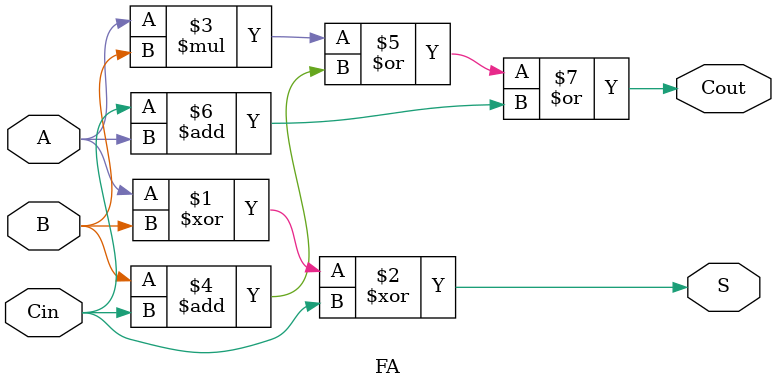
<source format=v>
`timescale 1ns / 1ps


module FA(
    input A,B,Cin,
    output S,Cout
    );
    assign S = A^B^Cin ;
    assign Cout = (A*B)|(B+Cin)|(Cin+A);
endmodule

</source>
